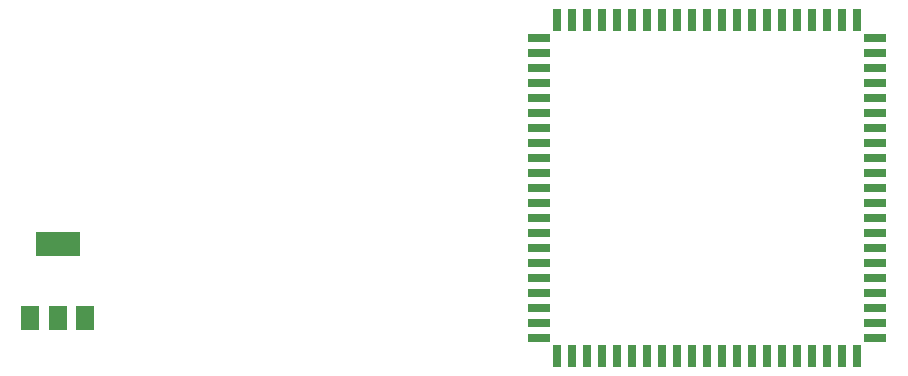
<source format=gtp>
G04 #@! TF.GenerationSoftware,KiCad,Pcbnew,(5.1.5)-3*
G04 #@! TF.CreationDate,2020-06-08T21:14:36+01:00*
G04 #@! TF.ProjectId,MSXPI2,4d535850-4932-42e6-9b69-6361645f7063,rev?*
G04 #@! TF.SameCoordinates,Original*
G04 #@! TF.FileFunction,Paste,Top*
G04 #@! TF.FilePolarity,Positive*
%FSLAX46Y46*%
G04 Gerber Fmt 4.6, Leading zero omitted, Abs format (unit mm)*
G04 Created by KiCad (PCBNEW (5.1.5)-3) date 2020-06-08 21:14:36*
%MOMM*%
%LPD*%
G04 APERTURE LIST*
%ADD10R,1.925000X0.700000*%
%ADD11R,0.700000X1.925000*%
%ADD12R,1.500000X2.000000*%
%ADD13R,3.800000X2.000000*%
G04 APERTURE END LIST*
D10*
X159919600Y-43599100D03*
X159919600Y-44869100D03*
X159919600Y-46139100D03*
X159919600Y-47409100D03*
X159919600Y-48679100D03*
X159919600Y-49949100D03*
X159919600Y-51219100D03*
X159919600Y-52489100D03*
X159919600Y-53759100D03*
X159919600Y-55029100D03*
X159919600Y-56299100D03*
X159919600Y-57569100D03*
X159919600Y-58839100D03*
X159919600Y-60109100D03*
X159919600Y-61379100D03*
X159919600Y-62649100D03*
X159919600Y-63919100D03*
X159919600Y-65189100D03*
X159919600Y-66459100D03*
X159919600Y-67729100D03*
X159919600Y-68999100D03*
D11*
X158407100Y-70511600D03*
X157137100Y-70511600D03*
X155867100Y-70511600D03*
X154597100Y-70511600D03*
X153327100Y-70511600D03*
X152057100Y-70511600D03*
X150787100Y-70511600D03*
X149517100Y-70511600D03*
X148247100Y-70511600D03*
X146977100Y-70511600D03*
X145707100Y-70511600D03*
X144437100Y-70511600D03*
X143167100Y-70511600D03*
X141897100Y-70511600D03*
X140627100Y-70511600D03*
X139357100Y-70511600D03*
X138087100Y-70511600D03*
X136817100Y-70511600D03*
X135547100Y-70511600D03*
X134277100Y-70511600D03*
X133007100Y-70511600D03*
D10*
X131494600Y-68999100D03*
X131494600Y-67729100D03*
X131494600Y-66459100D03*
X131494600Y-65189100D03*
X131494600Y-63919100D03*
X131494600Y-62649100D03*
X131494600Y-61379100D03*
X131494600Y-60109100D03*
X131494600Y-58839100D03*
X131494600Y-57569100D03*
X131494600Y-56299100D03*
X131494600Y-55029100D03*
X131494600Y-53759100D03*
X131494600Y-52489100D03*
X131494600Y-51219100D03*
X131494600Y-49949100D03*
X131494600Y-48679100D03*
X131494600Y-47409100D03*
X131494600Y-46139100D03*
X131494600Y-44869100D03*
X131494600Y-43599100D03*
D11*
X158407100Y-42086600D03*
X157137100Y-42086600D03*
X155867100Y-42086600D03*
X154597100Y-42086600D03*
X153327100Y-42086600D03*
X152057100Y-42086600D03*
X150787100Y-42086600D03*
X149517100Y-42086600D03*
X148247100Y-42086600D03*
X146977100Y-42086600D03*
X133007100Y-42086600D03*
X134277100Y-42086600D03*
X135547100Y-42086600D03*
X136817100Y-42086600D03*
X138087100Y-42086600D03*
X139357100Y-42086600D03*
X140627100Y-42086600D03*
X141897100Y-42086600D03*
X143167100Y-42086600D03*
X144437100Y-42086600D03*
X145707100Y-42086600D03*
D12*
X88428800Y-67361200D03*
X93028800Y-67361200D03*
X90728800Y-67361200D03*
D13*
X90728800Y-61061200D03*
M02*

</source>
